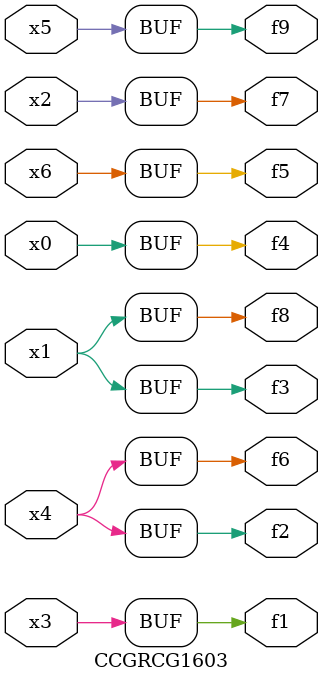
<source format=v>
module CCGRCG1603(
	input x0, x1, x2, x3, x4, x5, x6,
	output f1, f2, f3, f4, f5, f6, f7, f8, f9
);
	assign f1 = x3;
	assign f2 = x4;
	assign f3 = x1;
	assign f4 = x0;
	assign f5 = x6;
	assign f6 = x4;
	assign f7 = x2;
	assign f8 = x1;
	assign f9 = x5;
endmodule

</source>
